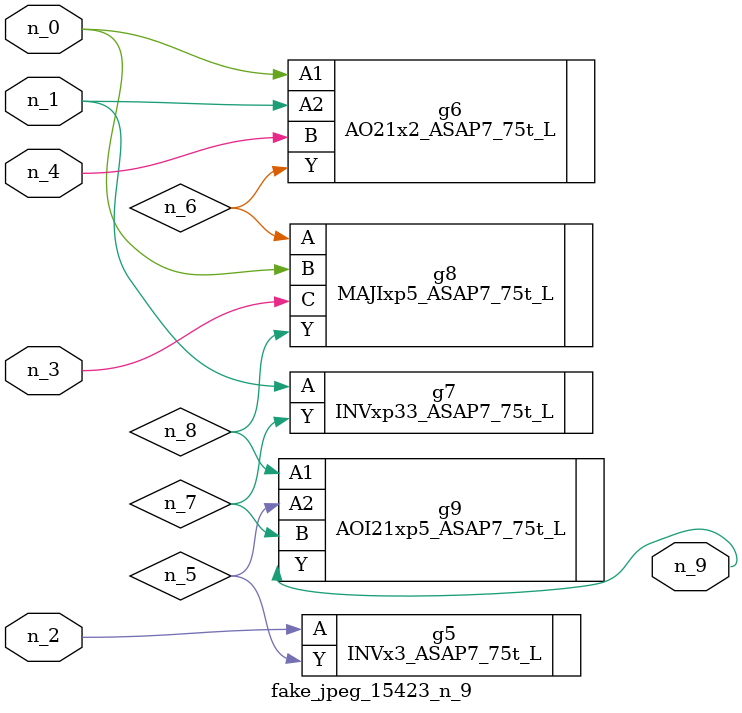
<source format=v>
module fake_jpeg_15423_n_9 (n_3, n_2, n_1, n_0, n_4, n_9);

input n_3;
input n_2;
input n_1;
input n_0;
input n_4;

output n_9;

wire n_8;
wire n_6;
wire n_5;
wire n_7;

INVx3_ASAP7_75t_L g5 ( 
.A(n_2),
.Y(n_5)
);

AO21x2_ASAP7_75t_L g6 ( 
.A1(n_0),
.A2(n_1),
.B(n_4),
.Y(n_6)
);

INVxp33_ASAP7_75t_L g7 ( 
.A(n_1),
.Y(n_7)
);

MAJIxp5_ASAP7_75t_L g8 ( 
.A(n_6),
.B(n_0),
.C(n_3),
.Y(n_8)
);

AOI21xp5_ASAP7_75t_L g9 ( 
.A1(n_8),
.A2(n_5),
.B(n_7),
.Y(n_9)
);


endmodule
</source>
